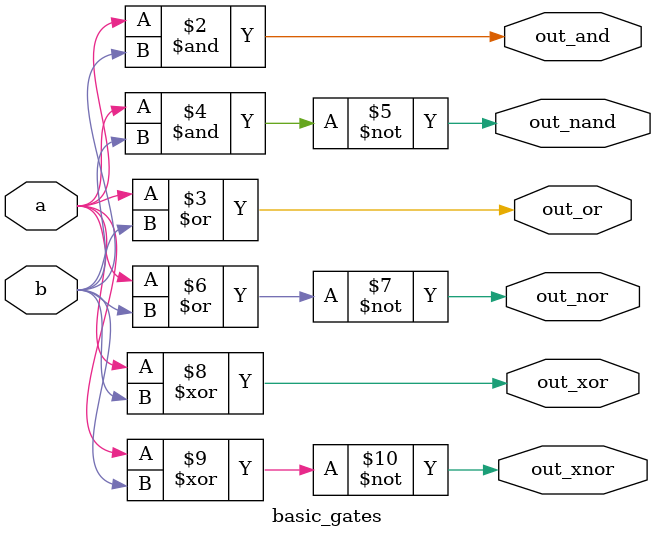
<source format=v>
`timescale 1ns / 1ps


module basic_gates(
    input a,b,
    output reg out_and,out_or,out_nand, out_nor,out_xor, out_xnor);
    always @(*) begin
    out_and = a&b;
    out_or = a|b;
    out_nand = ~(a&b);
     out_nor = ~(a|b);
     out_xor = a^b;     
     out_xnor = ~(a^b);
         end
endmodule

</source>
